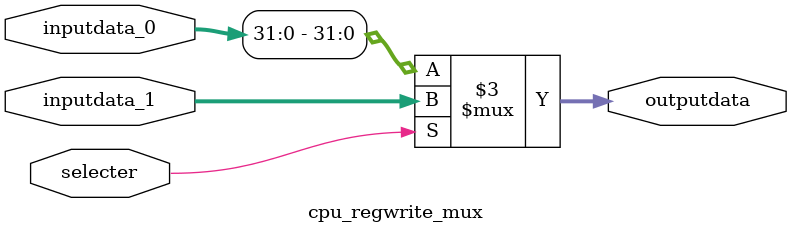
<source format=v>
`timescale 1ns / 1ps
module cpu_regwrite_mux(
input [311:0] inputdata_0 , 
input [31:0] inputdata_1 , 
input selecter ,

output [31:0] outputdata 
);

reg [31:0] outputdata;


always @ (*) begin

if (selecter) begin 
outputdata <= inputdata_1;
end  

else begin 
outputdata <= inputdata_0;
end 

end 


endmodule

</source>
